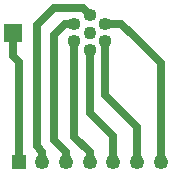
<source format=gtl>
G04 #@! TF.FileFunction,Copper,L1,Top,Signal*
%FSLAX46Y46*%
G04 Gerber Fmt 4.6, Leading zero omitted, Abs format (unit mm)*
G04 Created by KiCad (PCBNEW 4.0.7-e2-6376~58~ubuntu16.04.1) date Mon Mar 18 20:38:03 2019*
%MOMM*%
%LPD*%
G01*
G04 APERTURE LIST*
%ADD10C,0.100000*%
%ADD11R,1.500000X1.500000*%
%ADD12R,1.250000X1.250000*%
%ADD13C,1.250000*%
%ADD14O,1.100000X1.100000*%
%ADD15C,1.100000*%
%ADD16C,0.700000*%
G04 APERTURE END LIST*
D10*
D11*
X145500000Y-107000000D03*
D12*
X146000000Y-118000000D03*
D13*
X148000000Y-118000000D03*
X150000000Y-118000000D03*
X152000000Y-118000000D03*
X154000000Y-118000000D03*
X156000000Y-118000000D03*
X158000000Y-118000000D03*
D14*
X152000000Y-105500000D03*
X150700962Y-106250000D03*
X150700962Y-107749999D03*
X152000000Y-108500000D03*
X153299038Y-107750000D03*
X153299038Y-106250000D03*
D15*
X152000000Y-107000000D03*
D16*
X146000000Y-109500000D02*
X145500000Y-109000000D01*
X145500000Y-109000000D02*
X145500000Y-107000000D01*
X146000000Y-118000000D02*
X146000000Y-109500000D01*
X148949999Y-104950001D02*
X147500000Y-106400000D01*
X148000000Y-117116117D02*
X147500000Y-116616117D01*
X148000000Y-118000000D02*
X148000000Y-117116117D01*
X147500000Y-116616117D02*
X147500000Y-106400000D01*
X152000000Y-105500000D02*
X151450001Y-104950001D01*
X151450001Y-104950001D02*
X148949999Y-104950001D01*
X150000000Y-118000000D02*
X150000000Y-117116117D01*
X150000000Y-117116117D02*
X149000000Y-116116117D01*
X149000000Y-116116117D02*
X149000000Y-107173145D01*
X149000000Y-107173145D02*
X149923145Y-106250000D01*
X149923145Y-106250000D02*
X150700962Y-106250000D01*
X150700962Y-107749999D02*
X150700962Y-111500000D01*
X150700962Y-111500000D02*
X150700962Y-112299038D01*
X152000000Y-117116117D02*
X150700962Y-115817079D01*
X152000000Y-118000000D02*
X152000000Y-117116117D01*
X150700962Y-115817079D02*
X150700962Y-111500000D01*
X152000000Y-108500000D02*
X152000000Y-113800000D01*
X152000000Y-113800000D02*
X154000000Y-115800000D01*
X154000000Y-115800000D02*
X154000000Y-118000000D01*
X156000000Y-118000000D02*
X156000000Y-115000000D01*
X156000000Y-115000000D02*
X153299038Y-112299038D01*
X153299038Y-112299038D02*
X154400000Y-113400000D01*
X153299038Y-107750000D02*
X153299038Y-112299038D01*
X154650000Y-106250000D02*
X155900000Y-107500000D01*
X155900000Y-107500000D02*
X156400000Y-108000000D01*
X158000000Y-118000000D02*
X158000000Y-109600000D01*
X158000000Y-109600000D02*
X155900000Y-107500000D01*
X153299038Y-106250000D02*
X154650000Y-106250000D01*
M02*

</source>
